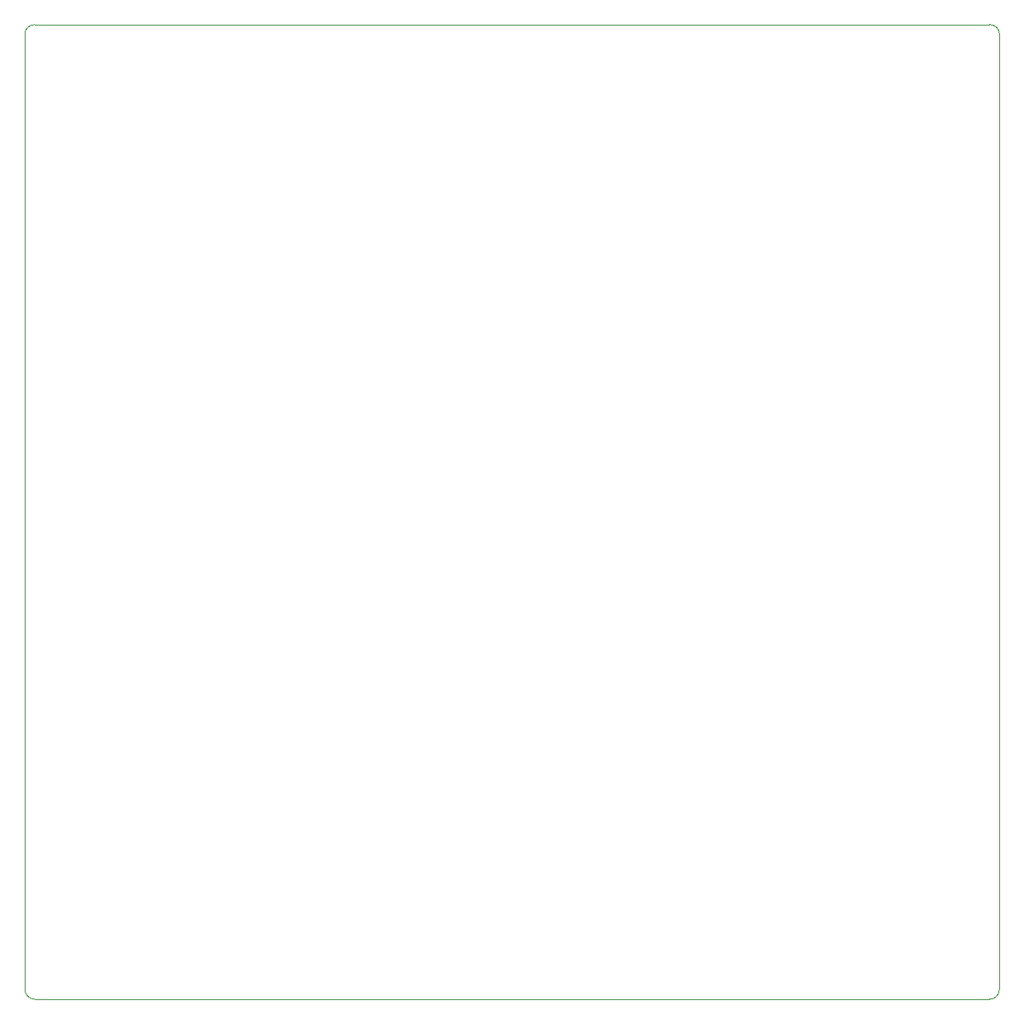
<source format=gm1>
%TF.GenerationSoftware,KiCad,Pcbnew,(7.0.0)*%
%TF.CreationDate,2023-04-03T13:20:19+02:00*%
%TF.ProjectId,SCHEMATICS,53434845-4d41-4544-9943-532e6b696361,rev?*%
%TF.SameCoordinates,Original*%
%TF.FileFunction,Profile,NP*%
%FSLAX46Y46*%
G04 Gerber Fmt 4.6, Leading zero omitted, Abs format (unit mm)*
G04 Created by KiCad (PCBNEW (7.0.0)) date 2023-04-03 13:20:19*
%MOMM*%
%LPD*%
G01*
G04 APERTURE LIST*
%TA.AperFunction,Profile*%
%ADD10C,0.100000*%
%TD*%
G04 APERTURE END LIST*
D10*
X189000000Y-48000000D02*
X91000000Y-48000000D01*
X190000000Y-147000000D02*
X190000000Y-49000000D01*
X91000000Y-148000000D02*
X189000000Y-148000000D01*
X90000000Y-49000000D02*
X90000000Y-147000000D01*
X90000000Y-147000000D02*
G75*
G03*
X91000000Y-148000000I1000000J0D01*
G01*
X190000000Y-49000000D02*
G75*
G03*
X189000000Y-48000000I-1000000J0D01*
G01*
X91000000Y-48000000D02*
G75*
G03*
X90000000Y-49000000I0J-1000000D01*
G01*
X189000000Y-148000000D02*
G75*
G03*
X190000000Y-147000000I0J1000000D01*
G01*
M02*

</source>
